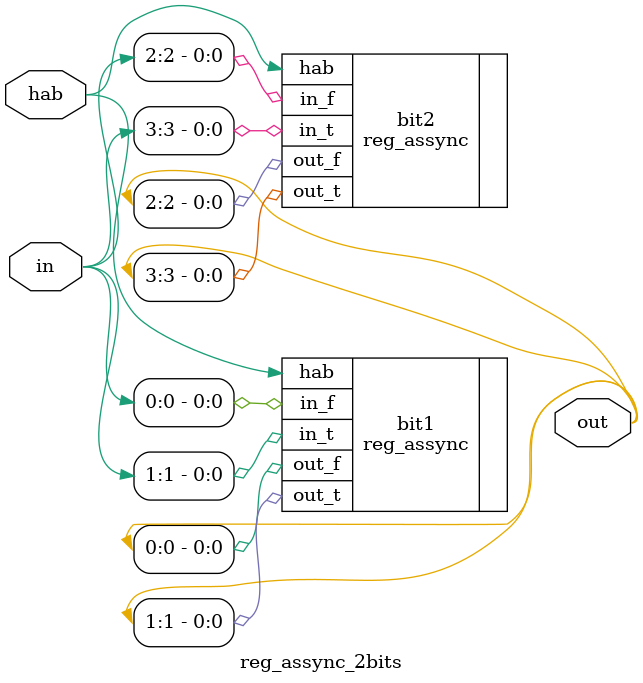
<source format=v>
module reg_assync_2bits ( input hab,
								  input  [3:0]in,
								  output [3:0]out);
								  
					
reg_assync bit1(.hab(hab),.in_f(in[0]) ,.in_t(in[1]) ,.out_f(out[0]) ,.out_t(out[1]));
reg_assync bit2(.hab(hab),.in_f(in[2]) ,.in_t(in[3]) ,.out_f(out[2]) ,.out_t(out[3]));
								  
								  
endmodule 
</source>
